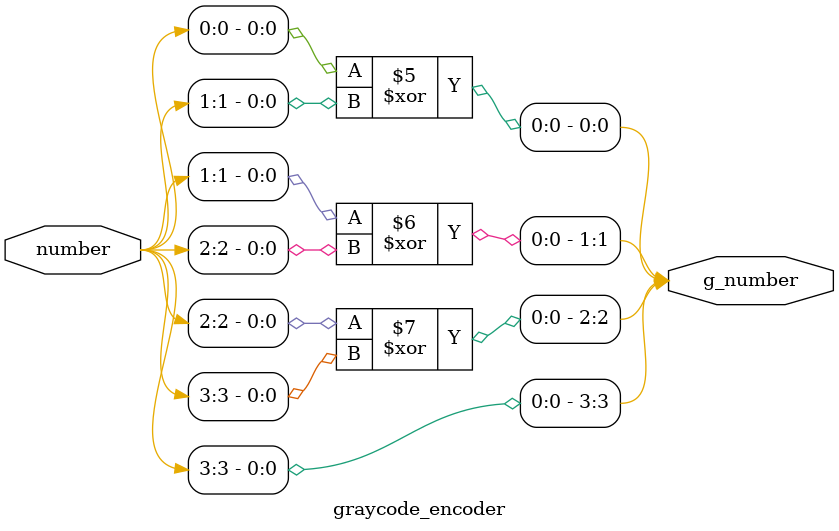
<source format=sv>
module graycode_encoder
#(
    parameter width = 4
)
(
    input [width-1:0] number,
    output reg [width-1:0] g_number
);
//Signals

always_comb begin
    for (int i = 0; i < width-1; i++) begin
        g_number[i] = number[i] ^ number[i+1];
    end
    g_number[width-1] = number[width-1] ^ 1'b0;
end
endmodule
</source>
